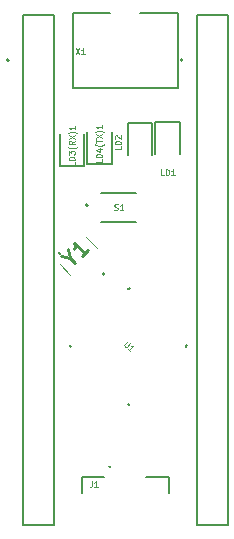
<source format=gbr>
%TF.GenerationSoftware,KiCad,Pcbnew,8.0.2*%
%TF.CreationDate,2024-06-13T12:09:12+05:30*%
%TF.ProjectId,arduino nano,61726475-696e-46f2-906e-616e6f2e6b69,rev?*%
%TF.SameCoordinates,Original*%
%TF.FileFunction,Legend,Top*%
%TF.FilePolarity,Positive*%
%FSLAX46Y46*%
G04 Gerber Fmt 4.6, Leading zero omitted, Abs format (unit mm)*
G04 Created by KiCad (PCBNEW 8.0.2) date 2024-06-13 12:09:12*
%MOMM*%
%LPD*%
G01*
G04 APERTURE LIST*
%ADD10C,0.125000*%
%ADD11C,0.254000*%
%ADD12C,0.200000*%
%ADD13C,0.100000*%
%ADD14C,0.127000*%
G04 APERTURE END LIST*
D10*
X148474809Y-92683333D02*
X148474809Y-92921428D01*
X148474809Y-92921428D02*
X147974809Y-92921428D01*
X148474809Y-92516666D02*
X147974809Y-92516666D01*
X147974809Y-92516666D02*
X147974809Y-92397618D01*
X147974809Y-92397618D02*
X147998619Y-92326190D01*
X147998619Y-92326190D02*
X148046238Y-92278571D01*
X148046238Y-92278571D02*
X148093857Y-92254761D01*
X148093857Y-92254761D02*
X148189095Y-92230952D01*
X148189095Y-92230952D02*
X148260523Y-92230952D01*
X148260523Y-92230952D02*
X148355761Y-92254761D01*
X148355761Y-92254761D02*
X148403380Y-92278571D01*
X148403380Y-92278571D02*
X148451000Y-92326190D01*
X148451000Y-92326190D02*
X148474809Y-92397618D01*
X148474809Y-92397618D02*
X148474809Y-92516666D01*
X148022428Y-92040475D02*
X147998619Y-92016666D01*
X147998619Y-92016666D02*
X147974809Y-91969047D01*
X147974809Y-91969047D02*
X147974809Y-91849999D01*
X147974809Y-91849999D02*
X147998619Y-91802380D01*
X147998619Y-91802380D02*
X148022428Y-91778571D01*
X148022428Y-91778571D02*
X148070047Y-91754761D01*
X148070047Y-91754761D02*
X148117666Y-91754761D01*
X148117666Y-91754761D02*
X148189095Y-91778571D01*
X148189095Y-91778571D02*
X148474809Y-92064285D01*
X148474809Y-92064285D02*
X148474809Y-91754761D01*
D11*
X144171032Y-102126293D02*
X144598663Y-102553925D01*
X143401295Y-101955241D02*
X144171032Y-102126293D01*
X144171032Y-102126293D02*
X143999979Y-101356557D01*
X145667741Y-101484847D02*
X145154583Y-101998004D01*
X145411162Y-101741426D02*
X144513136Y-100843400D01*
X144513136Y-100843400D02*
X144555900Y-101057216D01*
X144555900Y-101057216D02*
X144555900Y-101228268D01*
X144555900Y-101228268D02*
X144513136Y-101356557D01*
D10*
X144574809Y-93992856D02*
X144574809Y-94230951D01*
X144574809Y-94230951D02*
X144074809Y-94230951D01*
X144574809Y-93826189D02*
X144074809Y-93826189D01*
X144074809Y-93826189D02*
X144074809Y-93707141D01*
X144074809Y-93707141D02*
X144098619Y-93635713D01*
X144098619Y-93635713D02*
X144146238Y-93588094D01*
X144146238Y-93588094D02*
X144193857Y-93564284D01*
X144193857Y-93564284D02*
X144289095Y-93540475D01*
X144289095Y-93540475D02*
X144360523Y-93540475D01*
X144360523Y-93540475D02*
X144455761Y-93564284D01*
X144455761Y-93564284D02*
X144503380Y-93588094D01*
X144503380Y-93588094D02*
X144551000Y-93635713D01*
X144551000Y-93635713D02*
X144574809Y-93707141D01*
X144574809Y-93707141D02*
X144574809Y-93826189D01*
X144074809Y-93373808D02*
X144074809Y-93064284D01*
X144074809Y-93064284D02*
X144265285Y-93230951D01*
X144265285Y-93230951D02*
X144265285Y-93159522D01*
X144265285Y-93159522D02*
X144289095Y-93111903D01*
X144289095Y-93111903D02*
X144312904Y-93088094D01*
X144312904Y-93088094D02*
X144360523Y-93064284D01*
X144360523Y-93064284D02*
X144479571Y-93064284D01*
X144479571Y-93064284D02*
X144527190Y-93088094D01*
X144527190Y-93088094D02*
X144551000Y-93111903D01*
X144551000Y-93111903D02*
X144574809Y-93159522D01*
X144574809Y-93159522D02*
X144574809Y-93302379D01*
X144574809Y-93302379D02*
X144551000Y-93349998D01*
X144551000Y-93349998D02*
X144527190Y-93373808D01*
X144765285Y-92707142D02*
X144741476Y-92730951D01*
X144741476Y-92730951D02*
X144670047Y-92778570D01*
X144670047Y-92778570D02*
X144622428Y-92802380D01*
X144622428Y-92802380D02*
X144551000Y-92826189D01*
X144551000Y-92826189D02*
X144431952Y-92849999D01*
X144431952Y-92849999D02*
X144336714Y-92849999D01*
X144336714Y-92849999D02*
X144217666Y-92826189D01*
X144217666Y-92826189D02*
X144146238Y-92802380D01*
X144146238Y-92802380D02*
X144098619Y-92778570D01*
X144098619Y-92778570D02*
X144027190Y-92730951D01*
X144027190Y-92730951D02*
X144003380Y-92707142D01*
X144574809Y-92230952D02*
X144336714Y-92397618D01*
X144574809Y-92516666D02*
X144074809Y-92516666D01*
X144074809Y-92516666D02*
X144074809Y-92326190D01*
X144074809Y-92326190D02*
X144098619Y-92278571D01*
X144098619Y-92278571D02*
X144122428Y-92254761D01*
X144122428Y-92254761D02*
X144170047Y-92230952D01*
X144170047Y-92230952D02*
X144241476Y-92230952D01*
X144241476Y-92230952D02*
X144289095Y-92254761D01*
X144289095Y-92254761D02*
X144312904Y-92278571D01*
X144312904Y-92278571D02*
X144336714Y-92326190D01*
X144336714Y-92326190D02*
X144336714Y-92516666D01*
X144074809Y-92064285D02*
X144574809Y-91730952D01*
X144074809Y-91730952D02*
X144574809Y-92064285D01*
X144765285Y-91588095D02*
X144741476Y-91564285D01*
X144741476Y-91564285D02*
X144670047Y-91516666D01*
X144670047Y-91516666D02*
X144622428Y-91492857D01*
X144622428Y-91492857D02*
X144551000Y-91469047D01*
X144551000Y-91469047D02*
X144431952Y-91445238D01*
X144431952Y-91445238D02*
X144336714Y-91445238D01*
X144336714Y-91445238D02*
X144217666Y-91469047D01*
X144217666Y-91469047D02*
X144146238Y-91492857D01*
X144146238Y-91492857D02*
X144098619Y-91516666D01*
X144098619Y-91516666D02*
X144027190Y-91564285D01*
X144027190Y-91564285D02*
X144003380Y-91588095D01*
X144574809Y-90945238D02*
X144574809Y-91230952D01*
X144574809Y-91088095D02*
X144074809Y-91088095D01*
X144074809Y-91088095D02*
X144146238Y-91135714D01*
X144146238Y-91135714D02*
X144193857Y-91183333D01*
X144193857Y-91183333D02*
X144217666Y-91230952D01*
X152116666Y-95124809D02*
X151878571Y-95124809D01*
X151878571Y-95124809D02*
X151878571Y-94624809D01*
X152283333Y-95124809D02*
X152283333Y-94624809D01*
X152283333Y-94624809D02*
X152402381Y-94624809D01*
X152402381Y-94624809D02*
X152473809Y-94648619D01*
X152473809Y-94648619D02*
X152521428Y-94696238D01*
X152521428Y-94696238D02*
X152545238Y-94743857D01*
X152545238Y-94743857D02*
X152569047Y-94839095D01*
X152569047Y-94839095D02*
X152569047Y-94910523D01*
X152569047Y-94910523D02*
X152545238Y-95005761D01*
X152545238Y-95005761D02*
X152521428Y-95053380D01*
X152521428Y-95053380D02*
X152473809Y-95101000D01*
X152473809Y-95101000D02*
X152402381Y-95124809D01*
X152402381Y-95124809D02*
X152283333Y-95124809D01*
X153045238Y-95124809D02*
X152759524Y-95124809D01*
X152902381Y-95124809D02*
X152902381Y-94624809D01*
X152902381Y-94624809D02*
X152854762Y-94696238D01*
X152854762Y-94696238D02*
X152807143Y-94743857D01*
X152807143Y-94743857D02*
X152759524Y-94767666D01*
X146033333Y-121007709D02*
X146033333Y-121364852D01*
X146033333Y-121364852D02*
X146009524Y-121436280D01*
X146009524Y-121436280D02*
X145961905Y-121483900D01*
X145961905Y-121483900D02*
X145890476Y-121507709D01*
X145890476Y-121507709D02*
X145842857Y-121507709D01*
X146533333Y-121507709D02*
X146247619Y-121507709D01*
X146390476Y-121507709D02*
X146390476Y-121007709D01*
X146390476Y-121007709D02*
X146342857Y-121079138D01*
X146342857Y-121079138D02*
X146295238Y-121126757D01*
X146295238Y-121126757D02*
X146247619Y-121150566D01*
X149075215Y-109136036D02*
X148789005Y-109422246D01*
X148789005Y-109422246D02*
X148772169Y-109472754D01*
X148772169Y-109472754D02*
X148772169Y-109506426D01*
X148772169Y-109506426D02*
X148789005Y-109556933D01*
X148789005Y-109556933D02*
X148856348Y-109624277D01*
X148856348Y-109624277D02*
X148906856Y-109641113D01*
X148906856Y-109641113D02*
X148940528Y-109641113D01*
X148940528Y-109641113D02*
X148991035Y-109624277D01*
X148991035Y-109624277D02*
X149277245Y-109338067D01*
X149277245Y-110045174D02*
X149075215Y-109843144D01*
X149176230Y-109944159D02*
X149529784Y-109590605D01*
X149529784Y-109590605D02*
X149445604Y-109607441D01*
X149445604Y-109607441D02*
X149378261Y-109607441D01*
X149378261Y-109607441D02*
X149327753Y-109590605D01*
X144645238Y-84374809D02*
X144978571Y-84874809D01*
X144978571Y-84374809D02*
X144645238Y-84874809D01*
X145430952Y-84874809D02*
X145145238Y-84874809D01*
X145288095Y-84874809D02*
X145288095Y-84374809D01*
X145288095Y-84374809D02*
X145240476Y-84446238D01*
X145240476Y-84446238D02*
X145192857Y-84493857D01*
X145192857Y-84493857D02*
X145145238Y-84517666D01*
X147919048Y-98051000D02*
X147990476Y-98074809D01*
X147990476Y-98074809D02*
X148109524Y-98074809D01*
X148109524Y-98074809D02*
X148157143Y-98051000D01*
X148157143Y-98051000D02*
X148180952Y-98027190D01*
X148180952Y-98027190D02*
X148204762Y-97979571D01*
X148204762Y-97979571D02*
X148204762Y-97931952D01*
X148204762Y-97931952D02*
X148180952Y-97884333D01*
X148180952Y-97884333D02*
X148157143Y-97860523D01*
X148157143Y-97860523D02*
X148109524Y-97836714D01*
X148109524Y-97836714D02*
X148014286Y-97812904D01*
X148014286Y-97812904D02*
X147966667Y-97789095D01*
X147966667Y-97789095D02*
X147942857Y-97765285D01*
X147942857Y-97765285D02*
X147919048Y-97717666D01*
X147919048Y-97717666D02*
X147919048Y-97670047D01*
X147919048Y-97670047D02*
X147942857Y-97622428D01*
X147942857Y-97622428D02*
X147966667Y-97598619D01*
X147966667Y-97598619D02*
X148014286Y-97574809D01*
X148014286Y-97574809D02*
X148133333Y-97574809D01*
X148133333Y-97574809D02*
X148204762Y-97598619D01*
X148680952Y-98074809D02*
X148395238Y-98074809D01*
X148538095Y-98074809D02*
X148538095Y-97574809D01*
X148538095Y-97574809D02*
X148490476Y-97646238D01*
X148490476Y-97646238D02*
X148442857Y-97693857D01*
X148442857Y-97693857D02*
X148395238Y-97717666D01*
X146874809Y-93783332D02*
X146874809Y-94021427D01*
X146874809Y-94021427D02*
X146374809Y-94021427D01*
X146874809Y-93616665D02*
X146374809Y-93616665D01*
X146374809Y-93616665D02*
X146374809Y-93497617D01*
X146374809Y-93497617D02*
X146398619Y-93426189D01*
X146398619Y-93426189D02*
X146446238Y-93378570D01*
X146446238Y-93378570D02*
X146493857Y-93354760D01*
X146493857Y-93354760D02*
X146589095Y-93330951D01*
X146589095Y-93330951D02*
X146660523Y-93330951D01*
X146660523Y-93330951D02*
X146755761Y-93354760D01*
X146755761Y-93354760D02*
X146803380Y-93378570D01*
X146803380Y-93378570D02*
X146851000Y-93426189D01*
X146851000Y-93426189D02*
X146874809Y-93497617D01*
X146874809Y-93497617D02*
X146874809Y-93616665D01*
X146541476Y-92902379D02*
X146874809Y-92902379D01*
X146351000Y-93021427D02*
X146708142Y-93140474D01*
X146708142Y-93140474D02*
X146708142Y-92830951D01*
X147065285Y-92497618D02*
X147041476Y-92521427D01*
X147041476Y-92521427D02*
X146970047Y-92569046D01*
X146970047Y-92569046D02*
X146922428Y-92592856D01*
X146922428Y-92592856D02*
X146851000Y-92616665D01*
X146851000Y-92616665D02*
X146731952Y-92640475D01*
X146731952Y-92640475D02*
X146636714Y-92640475D01*
X146636714Y-92640475D02*
X146517666Y-92616665D01*
X146517666Y-92616665D02*
X146446238Y-92592856D01*
X146446238Y-92592856D02*
X146398619Y-92569046D01*
X146398619Y-92569046D02*
X146327190Y-92521427D01*
X146327190Y-92521427D02*
X146303380Y-92497618D01*
X146374809Y-92378570D02*
X146374809Y-92092856D01*
X146874809Y-92235713D02*
X146374809Y-92235713D01*
X146374809Y-91973809D02*
X146874809Y-91640476D01*
X146374809Y-91640476D02*
X146874809Y-91973809D01*
X147065285Y-91497619D02*
X147041476Y-91473809D01*
X147041476Y-91473809D02*
X146970047Y-91426190D01*
X146970047Y-91426190D02*
X146922428Y-91402381D01*
X146922428Y-91402381D02*
X146851000Y-91378571D01*
X146851000Y-91378571D02*
X146731952Y-91354762D01*
X146731952Y-91354762D02*
X146636714Y-91354762D01*
X146636714Y-91354762D02*
X146517666Y-91378571D01*
X146517666Y-91378571D02*
X146446238Y-91402381D01*
X146446238Y-91402381D02*
X146398619Y-91426190D01*
X146398619Y-91426190D02*
X146327190Y-91473809D01*
X146327190Y-91473809D02*
X146303380Y-91497619D01*
X146874809Y-90854762D02*
X146874809Y-91140476D01*
X146874809Y-90997619D02*
X146374809Y-90997619D01*
X146374809Y-90997619D02*
X146446238Y-91045238D01*
X146446238Y-91045238D02*
X146493857Y-91092857D01*
X146493857Y-91092857D02*
X146517666Y-91140476D01*
D12*
%TO.C,LD2*%
X149050000Y-90700000D02*
X149050000Y-93400000D01*
X151150000Y-90700000D02*
X149050000Y-90700000D01*
X151150000Y-93400000D02*
X151150000Y-90700000D01*
%TO.C,Y1*%
X143259010Y-101702513D02*
X143259010Y-101702513D01*
D13*
X143294365Y-102657107D02*
X143294365Y-102657107D01*
X143294365Y-102657107D02*
X144178249Y-103540990D01*
D12*
X143329720Y-101773223D02*
X143329720Y-101773223D01*
X143329720Y-101773223D02*
X143329720Y-101773223D01*
D13*
X144178249Y-103540990D02*
X143294365Y-102657107D01*
X144178249Y-103540990D02*
X144178249Y-103540990D01*
X145557107Y-100394365D02*
X145557107Y-100394365D01*
X145557107Y-100394365D02*
X146440990Y-101278249D01*
X146440990Y-101278249D02*
X145557107Y-100394365D01*
X146440990Y-101278249D02*
X146440990Y-101278249D01*
D12*
X143259010Y-101702513D02*
G75*
G02*
X143329720Y-101773223I35355J-35355D01*
G01*
X143259010Y-101702513D02*
G75*
G02*
X143329720Y-101773223I35355J-35355D01*
G01*
X143329720Y-101773223D02*
G75*
G02*
X143259010Y-101702513I-35355J35355D01*
G01*
%TO.C,LD3(RX)1*%
X143300000Y-91650000D02*
X143300000Y-94350000D01*
X143300000Y-94350000D02*
X145400000Y-94350000D01*
X145400000Y-94350000D02*
X145400000Y-91650000D01*
%TO.C,LD1*%
X151400000Y-90650000D02*
X151400000Y-93350000D01*
X153500000Y-90650000D02*
X151400000Y-90650000D01*
X153500000Y-93350000D02*
X153500000Y-90650000D01*
%TO.C,J1*%
X145150000Y-120657900D02*
X147050000Y-120657900D01*
X145150000Y-122062900D02*
X145150000Y-120657900D01*
X150650000Y-120657900D02*
X152550000Y-120657900D01*
X152550000Y-122062900D02*
X152550000Y-120657900D01*
X147600800Y-119792900D02*
G75*
G02*
X147499200Y-119792900I-50800J0D01*
G01*
X147499200Y-119792900D02*
G75*
G02*
X147600800Y-119792900I50800J0D01*
G01*
D14*
%TO.C,J2*%
X140230000Y-81590000D02*
X142815000Y-81590000D01*
X140230000Y-124770000D02*
X140230000Y-81590000D01*
X140230000Y-124770000D02*
X142815000Y-124770000D01*
X142815000Y-81590000D02*
X142815000Y-124770000D01*
D12*
X139020000Y-85380000D02*
G75*
G02*
X138820000Y-85380000I-100000J0D01*
G01*
X138820000Y-85380000D02*
G75*
G02*
X139020000Y-85380000I100000J0D01*
G01*
D14*
%TO.C,U1*%
X144200253Y-109600000D02*
X144274499Y-109525754D01*
X144200253Y-109600000D02*
X144274499Y-109674246D01*
X149150000Y-104650253D02*
X149075754Y-104724499D01*
X149150000Y-104650253D02*
X149224246Y-104724499D01*
X149150000Y-114549747D02*
X149075754Y-114475501D01*
X149150000Y-114549747D02*
X149224246Y-114475501D01*
X154099747Y-109600000D02*
X154025501Y-109525754D01*
X154099747Y-109600000D02*
X154025501Y-109674246D01*
D12*
X147100395Y-103490597D02*
G75*
G02*
X146900395Y-103490597I-100000J0D01*
G01*
X146900395Y-103490597D02*
G75*
G02*
X147100395Y-103490597I100000J0D01*
G01*
D14*
%TO.C,X1*%
X144386750Y-81393250D02*
X144386750Y-87743250D01*
X144386750Y-87743250D02*
X153276750Y-87743250D01*
X147561750Y-81393250D02*
X144386750Y-81393250D01*
X153276750Y-81393250D02*
X150101750Y-81393250D01*
X153276750Y-87743250D02*
X153276750Y-81393250D01*
%TO.C,S1*%
X146800000Y-96600000D02*
X149800000Y-96600000D01*
X146800000Y-99100000D02*
X149800000Y-99100000D01*
D12*
X145700000Y-97650000D02*
G75*
G02*
X145500000Y-97650000I-100000J0D01*
G01*
X145500000Y-97650000D02*
G75*
G02*
X145700000Y-97650000I100000J0D01*
G01*
%TO.C,LD4(TX)1*%
X145600000Y-91500000D02*
X145600000Y-94200000D01*
X145600000Y-94200000D02*
X147700000Y-94200000D01*
X147700000Y-94200000D02*
X147700000Y-91500000D01*
D14*
%TO.C,J3*%
X154930000Y-81590000D02*
X157515000Y-81590000D01*
X154930000Y-124770000D02*
X154930000Y-81590000D01*
X154930000Y-124770000D02*
X157515000Y-124770000D01*
X157515000Y-81590000D02*
X157515000Y-124770000D01*
D12*
X153720000Y-85380000D02*
G75*
G02*
X153520000Y-85380000I-100000J0D01*
G01*
X153520000Y-85380000D02*
G75*
G02*
X153720000Y-85380000I100000J0D01*
G01*
%TD*%
M02*

</source>
